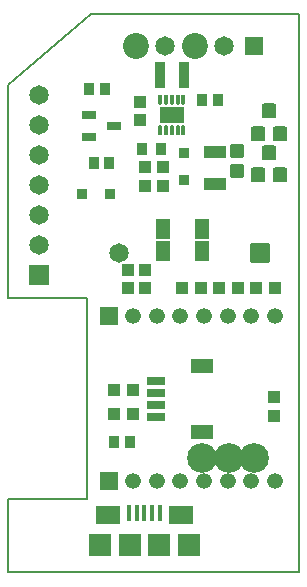
<source format=gbr>
G04 PROTEUS GERBER X2 FILE*
%TF.GenerationSoftware,Labcenter,Proteus,8.16-SP3-Build36097*%
%TF.CreationDate,2024-09-26T16:34:03+00:00*%
%TF.FileFunction,Soldermask,Bot*%
%TF.FilePolarity,Negative*%
%TF.Part,Single*%
%TF.SameCoordinates,{f118cff8-fadb-4bc5-a17f-1c91f2e22e42}*%
%FSLAX45Y45*%
%MOMM*%
G01*
%AMPPAD065*
4,1,36,
0.742460,-0.792460,
-0.742460,-0.792460,
-0.752540,-0.791440,
-0.761920,-0.788530,
-0.770410,-0.783920,
-0.777810,-0.777810,
-0.783920,-0.770410,
-0.788530,-0.761920,
-0.791440,-0.752540,
-0.792460,-0.742460,
-0.792460,0.742460,
-0.791440,0.752540,
-0.788530,0.761920,
-0.783920,0.770410,
-0.777810,0.777810,
-0.770410,0.783920,
-0.761920,0.788530,
-0.752540,0.791440,
-0.742460,0.792460,
0.742460,0.792460,
0.752540,0.791440,
0.761920,0.788530,
0.770410,0.783920,
0.777810,0.777810,
0.783920,0.770410,
0.788530,0.761920,
0.791440,0.752540,
0.792460,0.742460,
0.792460,-0.742460,
0.791440,-0.752540,
0.788530,-0.761920,
0.783920,-0.770410,
0.777810,-0.777810,
0.770410,-0.783920,
0.761920,-0.788530,
0.752540,-0.791440,
0.742460,-0.792460,
0*%
%TA.AperFunction,Material*%
%ADD75PPAD065*%
%ADD76C,2.200000*%
%AMPPAD088*
4,1,4,
0.469900,0.495300,
-0.469900,0.495300,
-0.469900,-0.495300,
0.469900,-0.495300,
0.469900,0.495300,
0*%
%ADD98PPAD088*%
%AMPPAD089*
4,1,36,
-0.444500,-0.635000,
0.444500,-0.635000,
0.470090,-0.632420,
0.493930,-0.625020,
0.515500,-0.613310,
0.534300,-0.597800,
0.549810,-0.579000,
0.561520,-0.557430,
0.568920,-0.533590,
0.571500,-0.508000,
0.571500,0.508000,
0.568920,0.533590,
0.561520,0.557430,
0.549810,0.579000,
0.534300,0.597800,
0.515500,0.613310,
0.493930,0.625020,
0.470090,0.632420,
0.444500,0.635000,
-0.444500,0.635000,
-0.470090,0.632420,
-0.493930,0.625020,
-0.515500,0.613310,
-0.534300,0.597800,
-0.549810,0.579000,
-0.561520,0.557430,
-0.568920,0.533590,
-0.571500,0.508000,
-0.571500,-0.508000,
-0.568920,-0.533590,
-0.561520,-0.557430,
-0.549810,-0.579000,
-0.534300,-0.597800,
-0.515500,-0.613310,
-0.493930,-0.625020,
-0.470090,-0.632420,
-0.444500,-0.635000,
0*%
%TA.AperFunction,Material*%
%ADD99PPAD089*%
%AMPPAD090*
4,1,36,
-0.530000,-0.310000,
0.530000,-0.310000,
0.546120,-0.308370,
0.561130,-0.303710,
0.574720,-0.296330,
0.586560,-0.286560,
0.596330,-0.274720,
0.603710,-0.261130,
0.608370,-0.246120,
0.610000,-0.230000,
0.610000,0.230000,
0.608370,0.246120,
0.603710,0.261130,
0.596330,0.274720,
0.586560,0.286560,
0.574720,0.296330,
0.561130,0.303710,
0.546120,0.308370,
0.530000,0.310000,
-0.530000,0.310000,
-0.546120,0.308370,
-0.561130,0.303710,
-0.574720,0.296330,
-0.586560,0.286560,
-0.596330,0.274720,
-0.603710,0.261130,
-0.608370,0.246120,
-0.610000,0.230000,
-0.610000,-0.230000,
-0.608370,-0.246120,
-0.603710,-0.261130,
-0.596330,-0.274720,
-0.586560,-0.286560,
-0.574720,-0.296330,
-0.561130,-0.303710,
-0.546120,-0.308370,
-0.530000,-0.310000,
0*%
%ADD100PPAD090*%
%AMPPAD091*
4,1,4,
-0.405000,-0.470000,
0.405000,-0.470000,
0.405000,0.470000,
-0.405000,0.470000,
-0.405000,-0.470000,
0*%
%TA.AperFunction,Material*%
%ADD101PPAD091*%
%ADD85C,1.651000*%
%AMPPAD076*
4,1,36,
-0.698500,-0.825500,
0.698500,-0.825500,
0.724090,-0.822920,
0.747930,-0.815520,
0.769500,-0.803810,
0.788300,-0.788300,
0.803810,-0.769500,
0.815520,-0.747930,
0.822920,-0.724090,
0.825500,-0.698500,
0.825500,0.698500,
0.822920,0.724090,
0.815520,0.747930,
0.803810,0.769500,
0.788300,0.788300,
0.769500,0.803810,
0.747930,0.815520,
0.724090,0.822920,
0.698500,0.825500,
-0.698500,0.825500,
-0.724090,0.822920,
-0.747930,0.815520,
-0.769500,0.803810,
-0.788300,0.788300,
-0.803810,0.769500,
-0.815520,0.747930,
-0.822920,0.724090,
-0.825500,0.698500,
-0.825500,-0.698500,
-0.822920,-0.724090,
-0.815520,-0.747930,
-0.803810,-0.769500,
-0.788300,-0.788300,
-0.769500,-0.803810,
-0.747930,-0.815520,
-0.724090,-0.822920,
-0.698500,-0.825500,
0*%
%ADD86PPAD076*%
%AMPPAD092*
4,1,36,
0.571500,-0.444500,
0.571500,0.444500,
0.568920,0.470090,
0.561520,0.493930,
0.549810,0.515500,
0.534300,0.534300,
0.515500,0.549810,
0.493930,0.561520,
0.470090,0.568920,
0.444500,0.571500,
-0.444500,0.571500,
-0.470090,0.568920,
-0.493930,0.561520,
-0.515500,0.549810,
-0.534300,0.534300,
-0.549810,0.515500,
-0.561520,0.493930,
-0.568920,0.470090,
-0.571500,0.444500,
-0.571500,-0.444500,
-0.568920,-0.470090,
-0.561520,-0.493930,
-0.549810,-0.515500,
-0.534300,-0.534300,
-0.515500,-0.549810,
-0.493930,-0.561520,
-0.470090,-0.568920,
-0.444500,-0.571500,
0.444500,-0.571500,
0.470090,-0.568920,
0.493930,-0.561520,
0.515500,-0.549810,
0.534300,-0.534300,
0.549810,-0.515500,
0.561520,-0.493930,
0.568920,-0.470090,
0.571500,-0.444500,
0*%
%ADD102PPAD092*%
%AMPPAD093*
4,1,4,
-0.495300,0.469900,
-0.495300,-0.469900,
0.495300,-0.469900,
0.495300,0.469900,
-0.495300,0.469900,
0*%
%ADD103PPAD093*%
%AMPPAD094*
4,1,4,
-0.565000,-0.860000,
0.565000,-0.860000,
0.565000,0.860000,
-0.565000,0.860000,
-0.565000,-0.860000,
0*%
%ADD104PPAD094*%
%AMPPAD095*
4,1,4,
-0.450000,-0.400000,
0.450000,-0.400000,
0.450000,0.400000,
-0.450000,0.400000,
-0.450000,-0.400000,
0*%
%ADD105PPAD095*%
%AMPPAD096*
4,1,23,
0.150000,-0.400000,
0.150000,0.250000,
0.149230,0.265330,
0.146950,0.280230,
0.138210,0.308380,
0.124380,0.333860,
0.106060,0.356060,
0.083860,0.374380,
0.058380,0.388210,
0.030230,0.396950,
0.015330,0.399230,
0.000000,0.400000,
-0.015330,0.399230,
-0.030230,0.396950,
-0.058380,0.388210,
-0.083860,0.374380,
-0.106060,0.356060,
-0.124380,0.333860,
-0.138210,0.308380,
-0.146950,0.280230,
-0.149230,0.265330,
-0.150000,0.250000,
-0.150000,-0.400000,
0.150000,-0.400000,
0*%
%TA.AperFunction,Material*%
%ADD106PPAD096*%
%AMPPAD097*
4,1,23,
-0.150000,0.400000,
-0.150000,-0.250000,
-0.149230,-0.265330,
-0.146950,-0.280230,
-0.138210,-0.308380,
-0.124380,-0.333860,
-0.106060,-0.356060,
-0.083860,-0.374380,
-0.058380,-0.388210,
-0.030230,-0.396950,
-0.015330,-0.399230,
0.000000,-0.400000,
0.015330,-0.399230,
0.030230,-0.396950,
0.058380,-0.388210,
0.083860,-0.374380,
0.106060,-0.356060,
0.124380,-0.333860,
0.138210,-0.308380,
0.146950,-0.280230,
0.149230,-0.265330,
0.150000,-0.250000,
0.150000,0.400000,
-0.150000,0.400000,
0*%
%ADD107PPAD097*%
%AMPPAD098*
4,1,4,
1.050000,-0.650000,
1.050000,0.650000,
-1.050000,0.650000,
-1.050000,-0.650000,
1.050000,-0.650000,
0*%
%ADD108PPAD098*%
%AMPPAD099*
4,1,4,
0.510000,-0.480060,
0.510000,0.480060,
-0.510000,0.480060,
-0.510000,-0.480060,
0.510000,-0.480060,
0*%
%TA.AperFunction,Material*%
%ADD109PPAD099*%
%AMPPAD100*
4,1,4,
-0.450000,-0.475000,
0.450000,-0.475000,
0.450000,0.475000,
-0.450000,0.475000,
-0.450000,-0.475000,
0*%
%ADD110PPAD100*%
%AMPPAD101*
4,1,4,
0.910000,-0.525000,
0.910000,0.525000,
-0.910000,0.525000,
-0.910000,-0.525000,
0.910000,-0.525000,
0*%
%ADD111PPAD101*%
%AMPPAD077*
4,1,36,
-0.762000,-0.635000,
-0.762000,0.635000,
-0.759420,0.660590,
-0.752020,0.684430,
-0.740310,0.706000,
-0.724800,0.724800,
-0.706000,0.740310,
-0.684430,0.752020,
-0.660590,0.759420,
-0.635000,0.762000,
0.635000,0.762000,
0.660590,0.759420,
0.684430,0.752020,
0.706000,0.740310,
0.724800,0.724800,
0.740310,0.706000,
0.752020,0.684430,
0.759420,0.660590,
0.762000,0.635000,
0.762000,-0.635000,
0.759420,-0.660590,
0.752020,-0.684430,
0.740310,-0.706000,
0.724800,-0.724800,
0.706000,-0.740310,
0.684430,-0.752020,
0.660590,-0.759420,
0.635000,-0.762000,
-0.635000,-0.762000,
-0.660590,-0.759420,
-0.684430,-0.752020,
-0.706000,-0.740310,
-0.724800,-0.724800,
-0.740310,-0.706000,
-0.752020,-0.684430,
-0.759420,-0.660590,
-0.762000,-0.635000,
0*%
%TA.AperFunction,Material*%
%ADD87PPAD077*%
%ADD88C,1.340000*%
%AMPPAD102*
4,1,4,
0.425000,1.100000,
-0.425000,1.100000,
-0.425000,-1.100000,
0.425000,-1.100000,
0.425000,1.100000,
0*%
%TA.AperFunction,Material*%
%ADD112PPAD102*%
%AMPPAD103*
4,1,4,
-0.400000,0.450000,
-0.400000,-0.450000,
0.400000,-0.450000,
0.400000,0.450000,
-0.400000,0.450000,
0*%
%ADD113PPAD103*%
%AMPPAD104*
4,1,4,
0.200000,0.675000,
-0.200000,0.675000,
-0.200000,-0.675000,
0.200000,-0.675000,
0.200000,0.675000,
0*%
%TA.AperFunction,Material*%
%ADD114PPAD104*%
%AMPPAD105*
4,1,4,
1.050000,0.800000,
-1.050000,0.800000,
-1.050000,-0.800000,
1.050000,-0.800000,
1.050000,0.800000,
0*%
%ADD115PPAD105*%
%AMPPAD106*
4,1,4,
0.900000,0.950000,
-0.900000,0.950000,
-0.900000,-0.950000,
0.900000,-0.950000,
0.900000,0.950000,
0*%
%ADD116PPAD106*%
%AMPPAD107*
4,1,4,
0.950000,0.950000,
-0.950000,0.950000,
-0.950000,-0.950000,
0.950000,-0.950000,
0.950000,0.950000,
0*%
%ADD117PPAD107*%
%TA.AperFunction,Material*%
%ADD92C,1.650000*%
%AMPPAD108*
4,1,4,
-0.775000,0.300000,
-0.775000,-0.300000,
0.775000,-0.300000,
0.775000,0.300000,
-0.775000,0.300000,
0*%
%TA.AperFunction,Material*%
%ADD118PPAD108*%
%AMPPAD109*
4,1,4,
-0.900000,0.600000,
-0.900000,-0.600000,
0.900000,-0.600000,
0.900000,0.600000,
-0.900000,0.600000,
0*%
%ADD119PPAD109*%
%TA.AperFunction,Material*%
%ADD120C,2.516000*%
%AMPPAD084*
4,1,4,
-0.825000,-0.825000,
-0.825000,0.825000,
0.825000,0.825000,
0.825000,-0.825000,
-0.825000,-0.825000,
0*%
%TA.AperFunction,Material*%
%ADD94PPAD084*%
%TA.AperFunction,Profile*%
%ADD41C,0.177800*%
%TD.AperFunction*%
D75*
X+906000Y+5066000D03*
D76*
X+406000Y+5066000D03*
D75*
X+1406000Y+5066000D03*
D76*
X+906000Y+5066000D03*
D98*
X+957000Y+3018000D03*
X+797000Y+3018000D03*
X+1270000Y+3018000D03*
X+1110000Y+3018000D03*
X+1423000Y+3018000D03*
X+1583000Y+3018000D03*
D99*
X+1627960Y+4325500D03*
X+1533980Y+4516000D03*
X+1440000Y+4325500D03*
X+1627960Y+3976000D03*
X+1533980Y+4166500D03*
X+1440000Y+3976000D03*
D100*
X+11000Y+4294602D03*
X+11000Y+4484594D03*
X+225000Y+4389598D03*
D101*
X+50000Y+4076000D03*
X+184000Y+4076000D03*
X+144000Y+4706000D03*
X+10000Y+4706000D03*
D85*
X+262000Y+3318000D03*
D86*
X+1462000Y+3318000D03*
D102*
X+1265000Y+4008280D03*
X+1265000Y+4181000D03*
D103*
X+484000Y+4045800D03*
X+484000Y+3885800D03*
D104*
X+633000Y+3523000D03*
X+971000Y+3523000D03*
D105*
X+816000Y+4167000D03*
X+816000Y+3937000D03*
D103*
X+633974Y+4046307D03*
X+633974Y+3886307D03*
D106*
X+810000Y+4361000D03*
X+760000Y+4361000D03*
X+710000Y+4361000D03*
X+660000Y+4361000D03*
X+610000Y+4361000D03*
D107*
X+610000Y+4611000D03*
X+660000Y+4611000D03*
X+710000Y+4611000D03*
X+760000Y+4611000D03*
X+810000Y+4611000D03*
D108*
X+710000Y+4486000D03*
D109*
X+440000Y+4440000D03*
X+440000Y+4596000D03*
D101*
X+1104000Y+4609000D03*
X+970000Y+4609000D03*
D110*
X+462000Y+4194000D03*
X+622000Y+4194000D03*
D111*
X+1075000Y+3897000D03*
X+1075000Y+4175000D03*
D87*
X+183327Y+1382060D03*
D88*
X+383327Y+1382060D03*
X+583327Y+1382060D03*
X+783327Y+1382060D03*
X+983327Y+1382060D03*
X+1183325Y+1382060D03*
X+1383327Y+1382060D03*
X+1583327Y+1382060D03*
D87*
X+183327Y+2781677D03*
D88*
X+383327Y+2781677D03*
X+583327Y+2781677D03*
X+783327Y+2781677D03*
X+983327Y+2781677D03*
X+1183325Y+2781677D03*
X+1383327Y+2781677D03*
X+1583327Y+2781677D03*
D112*
X+812000Y+4826000D03*
X+608000Y+4826000D03*
D113*
X+185000Y+3816000D03*
X-45000Y+3816000D03*
D114*
X+610000Y+1115000D03*
X+545000Y+1115000D03*
X+480000Y+1115000D03*
X+415000Y+1115000D03*
X+350000Y+1115000D03*
D115*
X+790000Y+1102000D03*
X+170000Y+1102000D03*
D116*
X+860000Y+847000D03*
D117*
X+600000Y+847000D03*
X+360000Y+847000D03*
D116*
X+100000Y+847000D03*
D92*
X+656000Y+5066000D03*
X+1156000Y+5066000D03*
D118*
X+580000Y+2230000D03*
X+580000Y+2130000D03*
X+580000Y+2030000D03*
X+580000Y+1930000D03*
D119*
X+967494Y+2360000D03*
X+967494Y+1800000D03*
D98*
X+220000Y+1950000D03*
X+380000Y+1950000D03*
X+220000Y+2155000D03*
X+380000Y+2155000D03*
D120*
X+965000Y+1585000D03*
X+1195000Y+1585000D03*
X+1410000Y+1585000D03*
D94*
X-410000Y+3128000D03*
D92*
X-410000Y+3382000D03*
X-410000Y+3636000D03*
X-410000Y+3890000D03*
X-410000Y+4144000D03*
X-410000Y+4398000D03*
X-410000Y+4652000D03*
D103*
X+1574000Y+1934000D03*
X+1574000Y+2094000D03*
D104*
X+633000Y+3330000D03*
X+971000Y+3330000D03*
D101*
X+354000Y+1720000D03*
X+220000Y+1720000D03*
D103*
X+341954Y+3016000D03*
X+341954Y+3176000D03*
X+488000Y+3176000D03*
X+488000Y+3016000D03*
D41*
X-671603Y+4737000D02*
X-671603Y+2937000D01*
X-5970Y+2937000D01*
X-5970Y+1236000D01*
X-672000Y+1236000D01*
X-672000Y+616000D01*
X+1788988Y+616000D01*
X+1788988Y+5337000D01*
X+28182Y+5337000D01*
X-671603Y+4737000D01*
M02*

</source>
